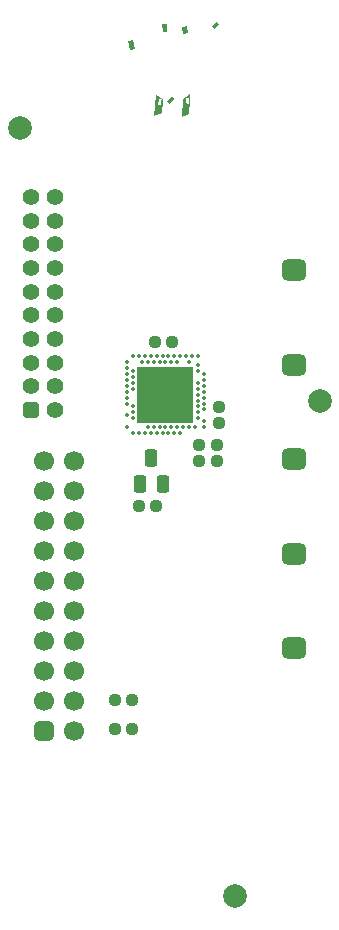
<source format=gts>
G04*
G04 #@! TF.GenerationSoftware,Altium Limited,Altium Designer,23.3.1 (30)*
G04*
G04 Layer_Color=8388736*
%FSLAX44Y44*%
%MOMM*%
G71*
G04*
G04 #@! TF.SameCoordinates,3F57623D-7EA3-4023-A88F-E5603923C6E2*
G04*
G04*
G04 #@! TF.FilePolarity,Negative*
G04*
G01*
G75*
G04:AMPARAMS|DCode=20|XSize=0.95mm|YSize=0.95mm|CornerRadius=0.2625mm|HoleSize=0mm|Usage=FLASHONLY|Rotation=270.000|XOffset=0mm|YOffset=0mm|HoleType=Round|Shape=RoundedRectangle|*
%AMROUNDEDRECTD20*
21,1,0.9500,0.4250,0,0,270.0*
21,1,0.4250,0.9500,0,0,270.0*
1,1,0.5250,-0.2125,-0.2125*
1,1,0.5250,-0.2125,0.2125*
1,1,0.5250,0.2125,0.2125*
1,1,0.5250,0.2125,-0.2125*
%
%ADD20ROUNDEDRECTD20*%
%ADD21C,2.0000*%
%ADD22C,0.3500*%
%ADD23R,4.8000X4.8000*%
G04:AMPARAMS|DCode=24|XSize=0.95mm|YSize=0.95mm|CornerRadius=0.2625mm|HoleSize=0mm|Usage=FLASHONLY|Rotation=180.000|XOffset=0mm|YOffset=0mm|HoleType=Round|Shape=RoundedRectangle|*
%AMROUNDEDRECTD24*
21,1,0.9500,0.4250,0,0,180.0*
21,1,0.4250,0.9500,0,0,180.0*
1,1,0.5250,-0.2125,0.2125*
1,1,0.5250,0.2125,0.2125*
1,1,0.5250,0.2125,-0.2125*
1,1,0.5250,-0.2125,-0.2125*
%
%ADD24ROUNDEDRECTD24*%
G04:AMPARAMS|DCode=25|XSize=1.1mm|YSize=1.5mm|CornerRadius=0.3mm|HoleSize=0mm|Usage=FLASHONLY|Rotation=0.000|XOffset=0mm|YOffset=0mm|HoleType=Round|Shape=RoundedRectangle|*
%AMROUNDEDRECTD25*
21,1,1.1000,0.9000,0,0,0.0*
21,1,0.5000,1.5000,0,0,0.0*
1,1,0.6000,0.2500,-0.4500*
1,1,0.6000,-0.2500,-0.4500*
1,1,0.6000,-0.2500,0.4500*
1,1,0.6000,0.2500,0.4500*
%
%ADD25ROUNDEDRECTD25*%
G04:AMPARAMS|DCode=26|XSize=1.8mm|YSize=2.1mm|CornerRadius=0.475mm|HoleSize=0mm|Usage=FLASHONLY|Rotation=90.000|XOffset=0mm|YOffset=0mm|HoleType=Round|Shape=RoundedRectangle|*
%AMROUNDEDRECTD26*
21,1,1.8000,1.1500,0,0,90.0*
21,1,0.8500,2.1000,0,0,90.0*
1,1,0.9500,0.5750,0.4250*
1,1,0.9500,0.5750,-0.4250*
1,1,0.9500,-0.5750,-0.4250*
1,1,0.9500,-0.5750,0.4250*
%
%ADD26ROUNDEDRECTD26*%
%ADD27C,0.1000*%
%ADD28C,1.4000*%
G04:AMPARAMS|DCode=29|XSize=1.4mm|YSize=1.4mm|CornerRadius=0.375mm|HoleSize=0mm|Usage=FLASHONLY|Rotation=90.000|XOffset=0mm|YOffset=0mm|HoleType=Round|Shape=RoundedRectangle|*
%AMROUNDEDRECTD29*
21,1,1.4000,0.6500,0,0,90.0*
21,1,0.6500,1.4000,0,0,90.0*
1,1,0.7500,0.3250,0.3250*
1,1,0.7500,0.3250,-0.3250*
1,1,0.7500,-0.3250,-0.3250*
1,1,0.7500,-0.3250,0.3250*
%
%ADD29ROUNDEDRECTD29*%
%ADD30C,1.7000*%
G04:AMPARAMS|DCode=31|XSize=1.7mm|YSize=1.7mm|CornerRadius=0.45mm|HoleSize=0mm|Usage=FLASHONLY|Rotation=90.000|XOffset=0mm|YOffset=0mm|HoleType=Round|Shape=RoundedRectangle|*
%AMROUNDEDRECTD31*
21,1,1.7000,0.8000,0,0,90.0*
21,1,0.8000,1.7000,0,0,90.0*
1,1,0.9000,0.4000,0.4000*
1,1,0.9000,0.4000,-0.4000*
1,1,0.9000,-0.4000,-0.4000*
1,1,0.9000,-0.4000,0.4000*
%
%ADD31ROUNDEDRECTD31*%
G36*
X142069Y680497D02*
X143566Y698167D01*
X149377Y694717D01*
X149153Y691880D01*
X148052D01*
X148291Y694438D01*
X145943Y694658D01*
X145513Y690078D01*
X147862Y689858D01*
X148049Y691856D01*
X149152D01*
X148465Y683119D01*
X142069Y680497D01*
D02*
G37*
G36*
X165120Y679162D02*
X166226Y694635D01*
X172664Y699302D01*
X172171Y693059D01*
X171296D01*
X171525Y695504D01*
X169177Y695724D01*
X168748Y691145D01*
X171096Y690925D01*
X171294Y693034D01*
X172169D01*
X171319Y682278D01*
X165120Y679162D01*
D02*
G37*
G36*
X154738Y690922D02*
X152581Y693474D01*
X156692Y696949D01*
X158849Y694398D01*
X154738Y690922D01*
D02*
G37*
G36*
X121104Y736678D02*
X120075Y743991D01*
X124295Y744585D01*
X125324Y737272D01*
X121104Y736678D01*
D02*
G37*
G36*
X149258Y751458D02*
X148784Y758153D01*
X152451Y758412D01*
X152924Y751717D01*
X149258Y751458D01*
D02*
G37*
G36*
X166521Y749637D02*
X165139Y755704D01*
X169424Y756680D01*
X170807Y750613D01*
X166521Y749637D01*
D02*
G37*
G36*
X193391Y753806D02*
X190851Y755976D01*
X194591Y760354D01*
X197131Y758185D01*
X193391Y753806D01*
D02*
G37*
D20*
X109000Y161000D02*
D03*
X123000D02*
D03*
X129500Y350500D02*
D03*
X143500D02*
D03*
X123000Y186000D02*
D03*
X109000D02*
D03*
X157000Y488750D02*
D03*
X143000Y488750D02*
D03*
D21*
X282000Y439250D02*
D03*
X28250Y670500D02*
D03*
X210000Y20000D02*
D03*
D22*
X131500Y472000D02*
D03*
X136500D02*
D03*
X141500D02*
D03*
X146500D02*
D03*
X151500D02*
D03*
X156500D02*
D03*
X161500D02*
D03*
X124000Y477000D02*
D03*
X129000D02*
D03*
X134000D02*
D03*
X139000D02*
D03*
X144000D02*
D03*
X149000D02*
D03*
X154000D02*
D03*
X159000D02*
D03*
X164000D02*
D03*
X169000D02*
D03*
X171500Y472000D02*
D03*
X174000Y477000D02*
D03*
X179000D02*
D03*
Y469500D02*
D03*
Y464500D02*
D03*
X184000Y462000D02*
D03*
X179000Y454500D02*
D03*
Y449500D02*
D03*
Y444500D02*
D03*
Y439500D02*
D03*
X184000Y457000D02*
D03*
Y452000D02*
D03*
Y447000D02*
D03*
Y442000D02*
D03*
Y437000D02*
D03*
X179000Y434500D02*
D03*
X184000Y432000D02*
D03*
X179000Y429500D02*
D03*
Y424500D02*
D03*
X184000Y422000D02*
D03*
X119000Y417000D02*
D03*
X136500D02*
D03*
X141500D02*
D03*
X146500D02*
D03*
X151500D02*
D03*
X156500D02*
D03*
X161500D02*
D03*
X166500D02*
D03*
X171500D02*
D03*
X176500D02*
D03*
X124000Y412000D02*
D03*
X129000D02*
D03*
X134000D02*
D03*
X139000D02*
D03*
X144000D02*
D03*
X149000D02*
D03*
X154000D02*
D03*
X159000D02*
D03*
X124000Y464500D02*
D03*
X119000Y462000D02*
D03*
X124000Y459500D02*
D03*
X119000Y457000D02*
D03*
X124000Y454500D02*
D03*
X119000Y452000D02*
D03*
X124000Y449500D02*
D03*
X119000Y447000D02*
D03*
Y442000D02*
D03*
Y437000D02*
D03*
X124000Y434500D02*
D03*
Y429500D02*
D03*
X119000Y427000D02*
D03*
X124000Y424500D02*
D03*
X184000Y417000D02*
D03*
X119000Y472000D02*
D03*
Y467000D02*
D03*
X164000Y412000D02*
D03*
D23*
X151500Y444500D02*
D03*
D24*
X180000Y402000D02*
D03*
Y388000D02*
D03*
X195000D02*
D03*
Y402000D02*
D03*
X196500Y420250D02*
D03*
Y434250D02*
D03*
D25*
X130000Y368750D02*
D03*
X149000D02*
D03*
X139500Y390750D02*
D03*
D26*
X260000Y550000D02*
D03*
Y230000D02*
D03*
Y390000D02*
D03*
Y470000D02*
D03*
Y310000D02*
D03*
D27*
Y730000D02*
D03*
Y40000D02*
D03*
X47500Y730000D02*
D03*
Y40000D02*
D03*
D28*
X37800Y471650D02*
D03*
X57800Y451650D02*
D03*
Y611650D02*
D03*
X37800D02*
D03*
X57800Y591650D02*
D03*
X37800D02*
D03*
X57800Y571650D02*
D03*
X37800D02*
D03*
X57800Y551650D02*
D03*
X37800D02*
D03*
X57800Y531650D02*
D03*
X37800D02*
D03*
X57800Y511650D02*
D03*
X37800D02*
D03*
X57800Y491650D02*
D03*
X37800D02*
D03*
X57800Y471650D02*
D03*
X37800Y451650D02*
D03*
X57800Y431650D02*
D03*
D29*
X37800D02*
D03*
D30*
X74400Y160000D02*
D03*
X49000Y185400D02*
D03*
X74400D02*
D03*
X49000Y210800D02*
D03*
X74400D02*
D03*
X49000Y236200D02*
D03*
X74400D02*
D03*
X49000Y261600D02*
D03*
X74400D02*
D03*
X49000Y287000D02*
D03*
X74400D02*
D03*
X49000Y312400D02*
D03*
X74400D02*
D03*
X49000Y337800D02*
D03*
X74400D02*
D03*
X49000Y363200D02*
D03*
X74400D02*
D03*
X49000Y388600D02*
D03*
X74400D02*
D03*
D31*
X49000Y160000D02*
D03*
M02*

</source>
